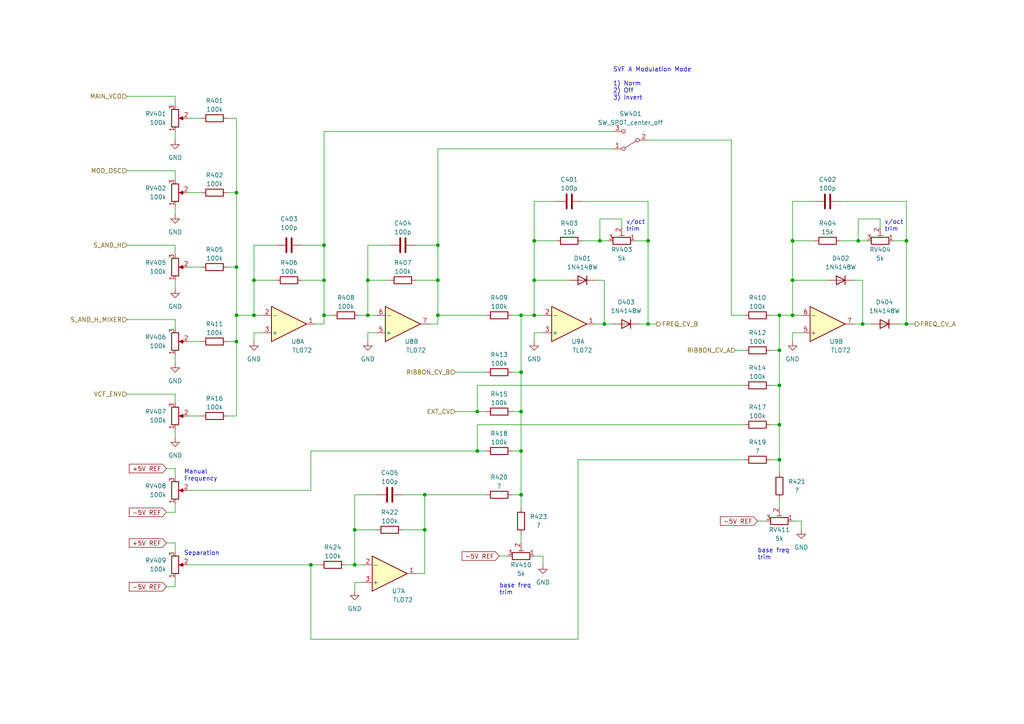
<source format=kicad_sch>
(kicad_sch (version 20211123) (generator eeschema)
  (paper "A4")
  (title_block (title "Josh Ox Ribbon Synth VCF/VCA board") (date "2022-06-15") (rev "0") (comment 1 "creativecommons.org/licenses/by/4.0/") (comment 2 "License: CC by 4.0") (comment 3 "Author: Jordan Aceto"))
  (lib_symbols
    (symbol "Amplifier_Operational:TL072" (pin_names (offset 0.127))
      (property "Reference" "U" (at 0 5.08 0))
      (property "Value" "TL072" (at 0 -5.08 0))
      (symbol "TL072_1_1"
        (polyline (pts (xy -5.08 5.08) (xy 5.08 0) (xy -5.08 -5.08) (xy -5.08 5.08)) (stroke (width 0.254)) (fill (type background)))
        (pin output line (at 7.62 0 180) (length 2.54) (name "~") (number "1"))
        (pin input line (at -7.62 -2.54 0) (length 2.54) (name "-") (number "2"))
        (pin input line (at -7.62 2.54 0) (length 2.54) (name "+") (number "3"))
      )
      (symbol "TL072_2_1"
        (polyline (pts (xy -5.08 5.08) (xy 5.08 0) (xy -5.08 -5.08) (xy -5.08 5.08)) (stroke (width 0.254)) (fill (type background)))
        (pin input line (at -7.62 2.54 0) (length 2.54) (name "+") (number "5"))
        (pin input line (at -7.62 -2.54 0) (length 2.54) (name "-") (number "6"))
        (pin output line (at 7.62 0 180) (length 2.54) (name "~") (number "7"))
      )
      (symbol "TL072_3_1"
        (pin power_in line (at -2.54 -7.62 90) (length 3.81) (name "V-") (number "4"))
        (pin power_in line (at -2.54 7.62 270) (length 3.81) (name "V+") (number "8"))
      )
    )
    (symbol "Device:C" (pin_numbers hide) (pin_names (offset 0.254))
      (property "Reference" "C" (at 0.635 2.54 0))
      (property "Value" "C" (at 0.635 -2.54 0))
      (symbol "C_0_1"
        (polyline (pts (xy -2.032 -0.762) (xy 2.032 -0.762)) (stroke (width 0.508)))
        (polyline (pts (xy -2.032 0.762) (xy 2.032 0.762)) (stroke (width 0.508)))
      )
      (symbol "C_1_1"
        (pin passive line (at 0 3.81 270) (length 2.794) (name "~") (number "1"))
        (pin passive line (at 0 -3.81 90) (length 2.794) (name "~") (number "2"))
      )
    )
    (symbol "Device:R" (pin_numbers hide) (pin_names (offset 0))
      (property "Reference" "R" (at 2.032 0 90))
      (property "Value" "R" (at 0 0 90))
      (symbol "R_0_1"
        (rectangle (start -1.016 -2.54) (end 1.016 2.54) (stroke (width 0.254)))
      )
      (symbol "R_1_1"
        (pin passive line (at 0 3.81 270) (length 1.27) (name "~") (number "1"))
        (pin passive line (at 0 -3.81 90) (length 1.27) (name "~") (number "2"))
      )
    )
    (symbol "Device:R_Potentiometer" (pin_names (offset 1.016) hide)
      (property "Reference" "RV" (at -4.445 0 90))
      (property "Value" "R_Potentiometer" (at -2.54 0 90))
      (symbol "R_Potentiometer_0_1"
        (polyline (pts (xy 2.54 0) (xy 1.524 0)))
        (polyline (pts (xy 1.143 0) (xy 2.286 0.508) (xy 2.286 -0.508) (xy 1.143 0)) (fill (type outline)))
        (rectangle (start 1.016 2.54) (end -1.016 -2.54) (stroke (width 0.254)))
      )
      (symbol "R_Potentiometer_1_1"
        (pin passive line (at 0 3.81 270) (length 1.27) (name "1") (number "1"))
        (pin passive line (at 3.81 0 180) (length 1.27) (name "2") (number "2"))
        (pin passive line (at 0 -3.81 90) (length 1.27) (name "3") (number "3"))
      )
    )
    (symbol "Device:R_Potentiometer_Trim" (pin_names (offset 1.016) hide)
      (property "Reference" "RV" (at -4.445 0 90))
      (property "Value" "R_Potentiometer_Trim" (at -2.54 0 90))
      (symbol "R_Potentiometer_Trim_0_1"
        (polyline (pts (xy 1.524 0.762) (xy 1.524 -0.762)))
        (polyline (pts (xy 2.54 0) (xy 1.524 0)))
        (rectangle (start 1.016 2.54) (end -1.016 -2.54) (stroke (width 0.254)))
      )
      (symbol "R_Potentiometer_Trim_1_1"
        (pin passive line (at 0 3.81 270) (length 1.27) (name "1") (number "1"))
        (pin passive line (at 3.81 0 180) (length 1.27) (name "2") (number "2"))
        (pin passive line (at 0 -3.81 90) (length 1.27) (name "3") (number "3"))
      )
    )
    (symbol "Diode:1N4148W" (pin_numbers hide) (pin_names (offset 1.016) hide)
      (property "Reference" "D" (at 0 2.54 0))
      (property "Value" "1N4148W" (at 0 -2.54 0))
      (symbol "1N4148W_0_1"
        (polyline (pts (xy -1.27 1.27) (xy -1.27 -1.27)) (stroke (width 0.254)))
        (polyline (pts (xy 1.27 0) (xy -1.27 0)))
        (polyline (pts (xy 1.27 1.27) (xy 1.27 -1.27) (xy -1.27 0) (xy 1.27 1.27)) (stroke (width 0.254)))
      )
      (symbol "1N4148W_1_1"
        (pin passive line (at -3.81 0 0) (length 2.54) (name "K") (number "1"))
        (pin passive line (at 3.81 0 180) (length 2.54) (name "A") (number "2"))
      )
    )
    (symbol "Switch:SW_SPDT" (pin_names (offset 0) hide)
      (property "Reference" "SW" (at 0 4.318 0))
      (property "Value" "SW_SPDT" (at 0 -5.08 0))
      (symbol "SW_SPDT_0_0"
        (circle (center -2.032 0) (radius 0.508))
        (circle (center 2.032 -2.54) (radius 0.508))
      )
      (symbol "SW_SPDT_0_1"
        (polyline (pts (xy -1.524 0.254) (xy 1.651 2.286)))
        (circle (center 2.032 2.54) (radius 0.508))
      )
      (symbol "SW_SPDT_1_1"
        (pin passive line (at 5.08 2.54 180) (length 2.54) (name "A") (number "1"))
        (pin passive line (at -5.08 0 0) (length 2.54) (name "B") (number "2"))
        (pin passive line (at 5.08 -2.54 180) (length 2.54) (name "C") (number "3"))
      )
    )
    (symbol "power:GND" (power) (pin_names (offset 0))
      (property "Value" "GND" (at 0 -3.81 0))
      (symbol "GND_0_1"
        (polyline (pts (xy 0 0) (xy 0 -1.27) (xy 1.27 -1.27) (xy 0 -2.54) (xy -1.27 -1.27) (xy 0 -1.27)))
      )
      (symbol "GND_1_1"
        (pin power_in line (at 0 0 270) (length 0) hide (name "GND") (number "1"))
      )
    )
  )
  (junction (at 250.19 93.98))
  (junction (at 68.58 91.44))
  (junction (at 151.13 119.38))
  (junction (at 187.96 69.85))
  (junction (at 93.98 81.28))
  (junction (at 226.06 133.35))
  (junction (at 187.96 93.98))
  (junction (at 226.06 91.44))
  (junction (at 175.26 93.98))
  (junction (at 229.87 81.28))
  (junction (at 102.87 163.83))
  (junction (at 68.58 55.88))
  (junction (at 226.06 101.6))
  (junction (at 123.19 153.67))
  (junction (at 127 71.12))
  (junction (at 262.89 69.85))
  (junction (at 123.19 143.51))
  (junction (at 151.13 91.44))
  (junction (at 73.66 81.28))
  (junction (at 90.17 163.83))
  (junction (at 229.87 91.44))
  (junction (at 127 91.44))
  (junction (at 151.13 143.51))
  (junction (at 68.58 77.47))
  (junction (at 154.94 69.85))
  (junction (at 73.66 91.44))
  (junction (at 102.87 153.67))
  (junction (at 106.68 81.28))
  (junction (at 93.98 71.12))
  (junction (at 138.43 130.81))
  (junction (at 127 81.28))
  (junction (at 226.06 123.19))
  (junction (at 93.98 91.44))
  (junction (at 154.94 91.44))
  (junction (at 154.94 81.28))
  (junction (at 68.58 99.06))
  (junction (at 138.43 119.38))
  (junction (at 248.92 69.85))
  (junction (at 151.13 130.81))
  (junction (at 226.06 111.76))
  (junction (at 106.68 91.44))
  (junction (at 173.99 69.85))
  (junction (at 151.13 107.95))
  (junction (at 229.87 69.85))
  (junction (at 262.89 93.98))
  (wire (pts (xy 148.59 143.51) (xy 151.13 143.51)))
  (wire (pts (xy 138.43 119.38) (xy 138.43 111.76)))
  (wire (pts (xy 229.87 81.28) (xy 240.03 81.28)))
  (wire (pts (xy 175.26 81.28) (xy 172.72 81.28)))
  (wire (pts (xy 109.22 91.44) (xy 106.68 91.44)))
  (wire (pts (xy 109.22 143.51) (xy 102.87 143.51)))
  (wire (pts (xy 50.8 135.89) (xy 50.8 138.43)))
  (wire (pts (xy 151.13 91.44) (xy 151.13 107.95)))
  (wire (pts (xy 50.8 127) (xy 50.8 124.46)))
  (wire (pts (xy 138.43 111.76) (xy 215.9 111.76)))
  (wire (pts (xy 90.17 142.24) (xy 90.17 130.81)))
  (wire (pts (xy 248.92 63.5) (xy 248.92 69.85)))
  (wire (pts (xy 157.48 163.83) (xy 157.48 161.29)))
  (wire (pts (xy 262.89 93.98) (xy 262.89 69.85)))
  (wire (pts (xy 90.17 185.42) (xy 167.64 185.42)))
  (wire (pts (xy 154.94 58.42) (xy 154.94 69.85)))
  (wire (pts (xy 36.83 71.12) (xy 50.8 71.12)))
  (wire (pts (xy 93.98 91.44) (xy 93.98 81.28)))
  (wire (pts (xy 124.46 93.98) (xy 127 93.98)))
  (wire (pts (xy 223.52 111.76) (xy 226.06 111.76)))
  (wire (pts (xy 73.66 71.12) (xy 73.66 81.28)))
  (wire (pts (xy 50.8 105.41) (xy 50.8 102.87)))
  (wire (pts (xy 50.8 49.53) (xy 50.8 52.07)))
  (wire (pts (xy 138.43 123.19) (xy 215.9 123.19)))
  (wire (pts (xy 73.66 96.52) (xy 76.2 96.52)))
  (wire (pts (xy 248.92 69.85) (xy 243.84 69.85)))
  (wire (pts (xy 48.26 157.48) (xy 50.8 157.48)))
  (wire (pts (xy 54.61 120.65) (xy 58.42 120.65)))
  (wire (pts (xy 173.99 63.5) (xy 173.99 69.85)))
  (wire (pts (xy 50.8 62.23) (xy 50.8 59.69)))
  (wire (pts (xy 113.03 71.12) (xy 106.68 71.12)))
  (wire (pts (xy 175.26 93.98) (xy 175.26 81.28)))
  (wire (pts (xy 50.8 157.48) (xy 50.8 160.02)))
  (wire (pts (xy 229.87 96.52) (xy 232.41 96.52)))
  (wire (pts (xy 168.91 58.42) (xy 187.96 58.42)))
  (wire (pts (xy 226.06 101.6) (xy 226.06 111.76)))
  (wire (pts (xy 236.22 58.42) (xy 229.87 58.42)))
  (wire (pts (xy 93.98 81.28) (xy 87.63 81.28)))
  (wire (pts (xy 177.8 43.18) (xy 127 43.18)))
  (wire (pts (xy 104.14 91.44) (xy 106.68 91.44)))
  (wire (pts (xy 54.61 34.29) (xy 58.42 34.29)))
  (wire (pts (xy 226.06 91.44) (xy 229.87 91.44)))
  (wire (pts (xy 177.8 38.1) (xy 93.98 38.1)))
  (wire (pts (xy 255.27 66.04) (xy 255.27 63.5)))
  (wire (pts (xy 50.8 71.12) (xy 50.8 73.66)))
  (wire (pts (xy 262.89 69.85) (xy 259.08 69.85)))
  (wire (pts (xy 232.41 153.67) (xy 232.41 151.13)))
  (wire (pts (xy 76.2 91.44) (xy 73.66 91.44)))
  (wire (pts (xy 127 91.44) (xy 127 81.28)))
  (wire (pts (xy 48.26 170.18) (xy 50.8 170.18)))
  (wire (pts (xy 173.99 69.85) (xy 168.91 69.85)))
  (wire (pts (xy 232.41 91.44) (xy 229.87 91.44)))
  (wire (pts (xy 50.8 170.18) (xy 50.8 167.64)))
  (wire (pts (xy 226.06 91.44) (xy 223.52 91.44)))
  (wire (pts (xy 180.34 66.04) (xy 180.34 63.5)))
  (wire (pts (xy 66.04 120.65) (xy 68.58 120.65)))
  (wire (pts (xy 50.8 83.82) (xy 50.8 81.28)))
  (wire (pts (xy 106.68 71.12) (xy 106.68 81.28)))
  (wire (pts (xy 66.04 99.06) (xy 68.58 99.06)))
  (wire (pts (xy 123.19 153.67) (xy 116.84 153.67)))
  (wire (pts (xy 229.87 81.28) (xy 229.87 91.44)))
  (wire (pts (xy 187.96 93.98) (xy 187.96 69.85)))
  (wire (pts (xy 250.19 81.28) (xy 247.65 81.28)))
  (wire (pts (xy 226.06 123.19) (xy 226.06 133.35)))
  (wire (pts (xy 154.94 69.85) (xy 161.29 69.85)))
  (wire (pts (xy 102.87 168.91) (xy 105.41 168.91)))
  (wire (pts (xy 229.87 69.85) (xy 229.87 81.28)))
  (wire (pts (xy 73.66 99.06) (xy 73.66 96.52)))
  (wire (pts (xy 54.61 142.24) (xy 90.17 142.24)))
  (wire (pts (xy 175.26 93.98) (xy 177.8 93.98)))
  (wire (pts (xy 226.06 133.35) (xy 226.06 137.16)))
  (wire (pts (xy 243.84 58.42) (xy 262.89 58.42)))
  (wire (pts (xy 127 93.98) (xy 127 91.44)))
  (wire (pts (xy 102.87 171.45) (xy 102.87 168.91)))
  (wire (pts (xy 120.65 166.37) (xy 123.19 166.37)))
  (wire (pts (xy 90.17 163.83) (xy 92.71 163.83)))
  (wire (pts (xy 229.87 99.06) (xy 229.87 96.52)))
  (wire (pts (xy 172.72 93.98) (xy 175.26 93.98)))
  (wire (pts (xy 102.87 163.83) (xy 102.87 153.67)))
  (wire (pts (xy 48.26 148.59) (xy 50.8 148.59)))
  (wire (pts (xy 87.63 71.12) (xy 93.98 71.12)))
  (wire (pts (xy 132.08 119.38) (xy 138.43 119.38)))
  (wire (pts (xy 154.94 69.85) (xy 154.94 81.28)))
  (wire (pts (xy 91.44 93.98) (xy 93.98 93.98)))
  (wire (pts (xy 185.42 93.98) (xy 187.96 93.98)))
  (wire (pts (xy 262.89 58.42) (xy 262.89 69.85)))
  (wire (pts (xy 93.98 91.44) (xy 96.52 91.44)))
  (wire (pts (xy 90.17 163.83) (xy 90.17 185.42)))
  (wire (pts (xy 151.13 91.44) (xy 148.59 91.44)))
  (wire (pts (xy 215.9 91.44) (xy 212.09 91.44)))
  (wire (pts (xy 106.68 91.44) (xy 106.68 81.28)))
  (wire (pts (xy 106.68 96.52) (xy 109.22 96.52)))
  (wire (pts (xy 148.59 119.38) (xy 151.13 119.38)))
  (wire (pts (xy 127 43.18) (xy 127 71.12)))
  (wire (pts (xy 167.64 185.42) (xy 167.64 133.35)))
  (wire (pts (xy 223.52 133.35) (xy 226.06 133.35)))
  (wire (pts (xy 212.09 91.44) (xy 212.09 40.64)))
  (wire (pts (xy 106.68 99.06) (xy 106.68 96.52)))
  (wire (pts (xy 66.04 55.88) (xy 68.58 55.88)))
  (wire (pts (xy 255.27 63.5) (xy 248.92 63.5)))
  (wire (pts (xy 127 71.12) (xy 127 81.28)))
  (wire (pts (xy 151.13 119.38) (xy 151.13 130.81)))
  (wire (pts (xy 127 91.44) (xy 140.97 91.44)))
  (wire (pts (xy 68.58 34.29) (xy 66.04 34.29)))
  (wire (pts (xy 105.41 163.83) (xy 102.87 163.83)))
  (wire (pts (xy 187.96 69.85) (xy 184.15 69.85)))
  (wire (pts (xy 93.98 38.1) (xy 93.98 71.12)))
  (wire (pts (xy 232.41 151.13) (xy 229.87 151.13)))
  (wire (pts (xy 180.34 63.5) (xy 173.99 63.5)))
  (wire (pts (xy 151.13 91.44) (xy 154.94 91.44)))
  (wire (pts (xy 54.61 99.06) (xy 58.42 99.06)))
  (wire (pts (xy 93.98 71.12) (xy 93.98 81.28)))
  (wire (pts (xy 50.8 40.64) (xy 50.8 38.1)))
  (wire (pts (xy 148.59 107.95) (xy 151.13 107.95)))
  (wire (pts (xy 132.08 107.95) (xy 140.97 107.95)))
  (wire (pts (xy 151.13 154.94) (xy 151.13 157.48)))
  (wire (pts (xy 48.26 135.89) (xy 50.8 135.89)))
  (wire (pts (xy 154.94 81.28) (xy 165.1 81.28)))
  (wire (pts (xy 148.59 130.81) (xy 151.13 130.81)))
  (wire (pts (xy 223.52 101.6) (xy 226.06 101.6)))
  (wire (pts (xy 226.06 144.78) (xy 226.06 147.32)))
  (wire (pts (xy 151.13 130.81) (xy 151.13 143.51)))
  (wire (pts (xy 229.87 58.42) (xy 229.87 69.85)))
  (wire (pts (xy 68.58 120.65) (xy 68.58 99.06)))
  (wire (pts (xy 226.06 91.44) (xy 226.06 101.6)))
  (wire (pts (xy 36.83 49.53) (xy 50.8 49.53)))
  (wire (pts (xy 54.61 77.47) (xy 58.42 77.47)))
  (wire (pts (xy 102.87 153.67) (xy 109.22 153.67)))
  (wire (pts (xy 36.83 114.3) (xy 50.8 114.3)))
  (wire (pts (xy 73.66 91.44) (xy 73.66 81.28)))
  (wire (pts (xy 138.43 130.81) (xy 138.43 123.19)))
  (wire (pts (xy 223.52 123.19) (xy 226.06 123.19)))
  (wire (pts (xy 116.84 143.51) (xy 123.19 143.51)))
  (wire (pts (xy 68.58 91.44) (xy 73.66 91.44)))
  (wire (pts (xy 226.06 111.76) (xy 226.06 123.19)))
  (wire (pts (xy 50.8 92.71) (xy 50.8 95.25)))
  (wire (pts (xy 161.29 58.42) (xy 154.94 58.42)))
  (wire (pts (xy 138.43 119.38) (xy 140.97 119.38)))
  (wire (pts (xy 247.65 93.98) (xy 250.19 93.98)))
  (wire (pts (xy 50.8 114.3) (xy 50.8 116.84)))
  (wire (pts (xy 120.65 71.12) (xy 127 71.12)))
  (wire (pts (xy 123.19 143.51) (xy 140.97 143.51)))
  (wire (pts (xy 157.48 91.44) (xy 154.94 91.44)))
  (wire (pts (xy 90.17 130.81) (xy 138.43 130.81)))
  (wire (pts (xy 154.94 96.52) (xy 157.48 96.52)))
  (wire (pts (xy 127 81.28) (xy 120.65 81.28)))
  (wire (pts (xy 100.33 163.83) (xy 102.87 163.83)))
  (wire (pts (xy 213.36 101.6) (xy 215.9 101.6)))
  (wire (pts (xy 73.66 81.28) (xy 80.01 81.28)))
  (wire (pts (xy 68.58 55.88) (xy 68.58 34.29)))
  (wire (pts (xy 54.61 55.88) (xy 58.42 55.88)))
  (wire (pts (xy 212.09 40.64) (xy 187.96 40.64)))
  (wire (pts (xy 36.83 92.71) (xy 50.8 92.71)))
  (wire (pts (xy 262.89 93.98) (xy 265.43 93.98)))
  (wire (pts (xy 219.71 151.13) (xy 222.25 151.13)))
  (wire (pts (xy 154.94 81.28) (xy 154.94 91.44)))
  (wire (pts (xy 80.01 71.12) (xy 73.66 71.12)))
  (wire (pts (xy 250.19 93.98) (xy 252.73 93.98)))
  (wire (pts (xy 123.19 143.51) (xy 123.19 153.67)))
  (wire (pts (xy 176.53 69.85) (xy 173.99 69.85)))
  (wire (pts (xy 151.13 143.51) (xy 151.13 147.32)))
  (wire (pts (xy 187.96 93.98) (xy 190.5 93.98)))
  (wire (pts (xy 66.04 77.47) (xy 68.58 77.47)))
  (wire (pts (xy 154.94 99.06) (xy 154.94 96.52)))
  (wire (pts (xy 106.68 81.28) (xy 113.03 81.28)))
  (wire (pts (xy 68.58 77.47) (xy 68.58 91.44)))
  (wire (pts (xy 144.78 161.29) (xy 147.32 161.29)))
  (wire (pts (xy 187.96 58.42) (xy 187.96 69.85)))
  (wire (pts (xy 157.48 161.29) (xy 154.94 161.29)))
  (wire (pts (xy 50.8 148.59) (xy 50.8 146.05)))
  (wire (pts (xy 54.61 163.83) (xy 90.17 163.83)))
  (wire (pts (xy 260.35 93.98) (xy 262.89 93.98)))
  (wire (pts (xy 123.19 153.67) (xy 123.19 166.37)))
  (wire (pts (xy 138.43 130.81) (xy 140.97 130.81)))
  (wire (pts (xy 50.8 27.94) (xy 50.8 30.48)))
  (wire (pts (xy 102.87 143.51) (xy 102.87 153.67)))
  (wire (pts (xy 36.83 27.94) (xy 50.8 27.94)))
  (wire (pts (xy 151.13 107.95) (xy 151.13 119.38)))
  (wire (pts (xy 251.46 69.85) (xy 248.92 69.85)))
  (wire (pts (xy 167.64 133.35) (xy 215.9 133.35)))
  (wire (pts (xy 68.58 91.44) (xy 68.58 99.06)))
  (wire (pts (xy 93.98 93.98) (xy 93.98 91.44)))
  (wire (pts (xy 250.19 93.98) (xy 250.19 81.28)))
  (wire (pts (xy 68.58 77.47) (xy 68.58 55.88)))
  (wire (pts (xy 229.87 69.85) (xy 236.22 69.85)))
  (text "Manual \nFrequency" (at 53.34 139.7 0) (effects (font (size 1.27 1.27)) (justify left bottom)))
  (text "SVF A Modulation Mode\n\n1) Norm\n2) Off\n3) Invert" (at 177.8 29.21 0) (effects (font (size 1.27 1.27)) (justify left bottom)))
  (text "Separation" (at 53.34 161.29 0) (effects (font (size 1.27 1.27)) (justify left bottom)))
  (text "base freq\ntrim" (at 144.78 172.72 0) (effects (font (size 1.27 1.27)) (justify left bottom)))
  (text "base freq\ntrim" (at 219.71 162.56 0) (effects (font (size 1.27 1.27)) (justify left bottom)))
  (text "v/oct \ntrim" (at 256.54 67.31 0) (effects (font (size 1.27 1.27)) (justify left bottom)))
  (text "v/oct \ntrim" (at 181.61 67.31 0) (effects (font (size 1.27 1.27)) (justify left bottom)))
  (global_label "-5V REF" (shape input) (at 48.26 148.59 180) (property "Intersheet References" "${INTERSHEET_REFS}" (effects hide)))
  (global_label "-5V REF" (shape input) (at 48.26 170.18 180) (property "Intersheet References" "${INTERSHEET_REFS}" (effects hide)))
  (global_label "-5V REF" (shape input) (at 144.78 161.29 180) (property "Intersheet References" "${INTERSHEET_REFS}" (effects hide)))
  (global_label "+5V REF" (shape input) (at 48.26 157.48 180) (property "Intersheet References" "${INTERSHEET_REFS}" (effects hide)))
  (global_label "-5V REF" (shape input) (at 219.71 151.13 180) (property "Intersheet References" "${INTERSHEET_REFS}" (effects hide)))
  (global_label "+5V REF" (shape input) (at 48.26 135.89 180) (property "Intersheet References" "${INTERSHEET_REFS}" (effects hide)))
  (hierarchical_label "RIBBON_CV_A" (shape input) (at 213.36 101.6 180))
  (hierarchical_label "EXT_CV" (shape input) (at 132.08 119.38 180))
  (hierarchical_label "VCF_ENV" (shape input) (at 36.83 114.3 180))
  (hierarchical_label "MAIN_VCO" (shape input) (at 36.83 27.94 180))
  (hierarchical_label "FREQ_CV_A" (shape output) (at 265.43 93.98 0))
  (hierarchical_label "S_AND_H_MIXER" (shape input) (at 36.83 92.71 180))
  (hierarchical_label "MOD_OSC" (shape input) (at 36.83 49.53 180))
  (hierarchical_label "S_AND_H" (shape input) (at 36.83 71.12 180))
  (hierarchical_label "RIBBON_CV_B" (shape input) (at 132.08 107.95 180))
  (hierarchical_label "FREQ_CV_B" (shape output) (at 190.5 93.98 0))
  (symbol (lib_id "power:GND") (at 229.87 99.06 0) (unit 1)
    (property "Reference" "#PWR0407" (effects hide))
    (property "Value" "GND" (at 229.87 104.14 0))
  )
  (symbol (lib_id "Device:C") (at 116.84 71.12 90) (unit 1)
    (property "Reference" "C404" (at 116.84 64.77 90))
    (property "Value" "100p" (at 116.84 67.31 90))
    (property "Footprint" "Capacitor_SMD:C_0805_2012Metric" (effects hide))
  )
  (symbol (lib_id "Device:C") (at 83.82 71.12 90) (unit 1)
    (property "Reference" "C403" (at 83.82 63.5 90))
    (property "Value" "100p" (at 83.82 66.04 90))
    (property "Footprint" "Capacitor_SMD:C_0805_2012Metric" (effects hide))
  )
  (symbol (lib_id "power:GND") (at 50.8 105.41 0) (unit 1)
    (property "Reference" "#PWR0408" (effects hide))
    (property "Value" "GND" (at 50.8 110.49 0))
  )
  (symbol (lib_id "power:GND") (at 50.8 127 0) (unit 1)
    (property "Reference" "#PWR0409" (effects hide))
    (property "Value" "GND" (at 50.8 132.08 0))
  )
  (symbol (lib_id "Device:C") (at 240.03 58.42 90) (unit 1)
    (property "Reference" "C402" (at 240.03 52.07 90))
    (property "Value" "100p" (at 240.03 54.61 90))
    (property "Footprint" "Capacitor_SMD:C_0805_2012Metric" (effects hide))
  )
  (symbol (lib_id "Device:R") (at 165.1 69.85 90) (unit 1)
    (property "Reference" "R403" (at 165.1 64.77 90))
    (property "Value" "15k" (at 165.1 67.31 90))
    (property "Footprint" "Resistor_SMD:R_0805_2012Metric" (effects hide))
  )
  (symbol (lib_id "Device:R") (at 62.23 34.29 90) (unit 1)
    (property "Reference" "R401" (at 62.23 29.21 90))
    (property "Value" "100k" (at 62.23 31.75 90))
    (property "Footprint" "Resistor_SMD:R_0805_2012Metric" (effects hide))
  )
  (symbol (lib_id "Device:R") (at 219.71 133.35 90) (unit 1)
    (property "Reference" "R419" (at 219.71 128.27 90))
    (property "Value" "?" (at 219.71 130.81 90))
    (property "Footprint" "Resistor_SMD:R_0805_2012Metric" (effects hide))
  )
  (symbol (lib_id "Device:R_Potentiometer") (at 50.8 163.83 0) (mirror x) (unit 1)
    (property "Reference" "RV409" (at 48.26 162.5599 0) (effects (justify right)))
    (property "Value" "100k" (at 48.26 165.0999 0) (effects (justify right)))
    (property "Footprint" "Potentiometer_THT:Potentiometer_Alpha_RD901F-40-00D_Single_Vertical" (effects hide))
  )
  (symbol (lib_id "Device:R_Potentiometer") (at 50.8 99.06 0) (mirror x) (unit 1)
    (property "Reference" "RV406" (at 48.26 97.7899 0) (effects (justify right)))
    (property "Value" "100k" (at 48.26 100.3299 0) (effects (justify right)))
    (property "Footprint" "Potentiometer_THT:Potentiometer_Alpha_RD901F-40-00D_Single_Vertical" (effects hide))
  )
  (symbol (lib_id "Device:R") (at 62.23 99.06 90) (unit 1)
    (property "Reference" "R411" (at 62.23 93.98 90))
    (property "Value" "100k" (at 62.23 96.52 90))
    (property "Footprint" "Resistor_SMD:R_0805_2012Metric" (effects hide))
  )
  (symbol (lib_id "power:GND") (at 50.8 62.23 0) (unit 1)
    (property "Reference" "#PWR0402" (effects hide))
    (property "Value" "GND" (at 50.8 67.31 0))
  )
  (symbol (lib_id "Amplifier_Operational:TL072") (at 165.1 93.98 0) (mirror x) (unit 1)
    (property "Reference" "U9" (at 167.64 99.06 0))
    (property "Value" "TL072" (at 168.91 101.6 0))
    (property "Footprint" "Package_SO:SO-8_5.3x6.2mm_P1.27mm" (effects hide))
    (property "Datasheet" "http://www.ti.com/lit/ds/symlink/tl071.pdf" (effects hide))
  )
  (symbol (lib_id "Amplifier_Operational:TL072") (at 83.82 93.98 0) (mirror x) (unit 1)
    (property "Reference" "U8" (at 86.36 99.06 0))
    (property "Value" "TL072" (at 87.63 101.6 0))
    (property "Footprint" "Package_SO:SO-8_5.3x6.2mm_P1.27mm" (effects hide))
    (property "Datasheet" "http://www.ti.com/lit/ds/symlink/tl071.pdf" (effects hide))
  )
  (symbol (lib_id "Device:R_Potentiometer") (at 50.8 34.29 0) (mirror x) (unit 1)
    (property "Reference" "RV401" (at 48.26 33.0199 0) (effects (justify right)))
    (property "Value" "100k" (at 48.26 35.5599 0) (effects (justify right)))
    (property "Footprint" "Potentiometer_THT:Potentiometer_Alpha_RD901F-40-00D_Single_Vertical" (effects hide))
  )
  (symbol (lib_id "Device:R") (at 113.03 153.67 90) (unit 1)
    (property "Reference" "R422" (at 113.03 148.59 90))
    (property "Value" "100k" (at 113.03 151.13 90))
    (property "Footprint" "Resistor_SMD:R_0805_2012Metric" (effects hide))
  )
  (symbol (lib_id "Device:R") (at 62.23 77.47 90) (unit 1)
    (property "Reference" "R405" (at 62.23 72.39 90))
    (property "Value" "100k" (at 62.23 74.93 90))
    (property "Footprint" "Resistor_SMD:R_0805_2012Metric" (effects hide))
  )
  (symbol (lib_id "Device:R") (at 219.71 123.19 90) (unit 1)
    (property "Reference" "R417" (at 219.71 118.11 90))
    (property "Value" "100k" (at 219.71 120.65 90))
    (property "Footprint" "Resistor_SMD:R_0805_2012Metric" (effects hide))
  )
  (symbol (lib_id "Diode:1N4148W") (at 168.91 81.28 180) (unit 1)
    (property "Reference" "D401" (at 168.91 74.93 0))
    (property "Value" "1N4148W" (at 168.91 77.47 0))
    (property "Footprint" "Diode_SMD:D_SOD-123" (effects hide))
    (property "Datasheet" "https://www.vishay.com/docs/85748/1n4148w.pdf" (effects hide))
  )
  (symbol (lib_id "power:GND") (at 50.8 40.64 0) (unit 1)
    (property "Reference" "#PWR0401" (effects hide))
    (property "Value" "GND" (at 50.8 45.72 0))
  )
  (symbol (lib_id "Device:R_Potentiometer_Trim") (at 151.13 161.29 270) (mirror x) (unit 1)
    (property "Reference" "RV410" (at 151.13 163.83 90))
    (property "Value" "5k" (at 151.13 166.37 90))
    (property "Footprint" "Potentiometer_THT:Potentiometer_Bourns_3296W_Vertical" (effects hide))
  )
  (symbol (lib_id "Device:C") (at 113.03 143.51 90) (unit 1)
    (property "Reference" "C405" (at 113.03 137.16 90))
    (property "Value" "100p" (at 113.03 139.7 90))
    (property "Footprint" "Capacitor_SMD:C_0805_2012Metric" (effects hide))
  )
  (symbol (lib_id "Device:R") (at 151.13 151.13 180) (unit 1)
    (property "Reference" "R423" (at 156.21 149.86 0))
    (property "Value" "?" (at 156.21 152.4 0))
    (property "Footprint" "Resistor_SMD:R_0805_2012Metric" (effects hide))
  )
  (symbol (lib_id "Device:R") (at 144.78 130.81 90) (unit 1)
    (property "Reference" "R418" (at 144.78 125.73 90))
    (property "Value" "100k" (at 144.78 128.27 90))
    (property "Footprint" "Resistor_SMD:R_0805_2012Metric" (effects hide))
  )
  (symbol (lib_id "Device:R") (at 219.71 111.76 90) (unit 1)
    (property "Reference" "R414" (at 219.71 106.68 90))
    (property "Value" "100k" (at 219.71 109.22 90))
    (property "Footprint" "Resistor_SMD:R_0805_2012Metric" (effects hide))
  )
  (symbol (lib_id "Device:R") (at 116.84 81.28 90) (unit 1)
    (property "Reference" "R407" (at 116.84 76.2 90))
    (property "Value" "100k" (at 116.84 78.74 90))
    (property "Footprint" "Resistor_SMD:R_0805_2012Metric" (effects hide))
  )
  (symbol (lib_id "power:GND") (at 106.68 99.06 0) (unit 1)
    (property "Reference" "#PWR0405" (effects hide))
    (property "Value" "GND" (at 106.68 104.14 0))
  )
  (symbol (lib_id "Switch:SW_SPDT") (at 182.88 40.64 180) (unit 1)
    (property "Reference" "SW401" (at 182.88 33.02 0))
    (property "Value" "SW_SPDT_center_off" (at 182.88 35.56 0))
    (property "Footprint" "custom_footprints:SPDT_mini_toggle" (effects hide))
  )
  (symbol (lib_id "Diode:1N4148W") (at 256.54 93.98 180) (unit 1)
    (property "Reference" "D404" (at 256.54 87.63 0))
    (property "Value" "1N4148W" (at 256.54 90.17 0))
    (property "Footprint" "Diode_SMD:D_SOD-123" (effects hide))
    (property "Datasheet" "https://www.vishay.com/docs/85748/1n4148w.pdf" (effects hide))
  )
  (symbol (lib_id "Device:R") (at 226.06 140.97 180) (unit 1)
    (property "Reference" "R421" (at 231.14 139.7 0))
    (property "Value" "?" (at 231.14 142.24 0))
    (property "Footprint" "Resistor_SMD:R_0805_2012Metric" (effects hide))
  )
  (symbol (lib_id "Device:R_Potentiometer") (at 50.8 120.65 0) (mirror x) (unit 1)
    (property "Reference" "RV407" (at 48.26 119.3799 0) (effects (justify right)))
    (property "Value" "100k" (at 48.26 121.9199 0) (effects (justify right)))
    (property "Footprint" "Potentiometer_THT:Potentiometer_Alpha_RD901F-40-00D_Single_Vertical" (effects hide))
  )
  (symbol (lib_id "Device:R") (at 144.78 107.95 90) (unit 1)
    (property "Reference" "R413" (at 144.78 102.87 90))
    (property "Value" "100k" (at 144.78 105.41 90))
    (property "Footprint" "Resistor_SMD:R_0805_2012Metric" (effects hide))
  )
  (symbol (lib_id "Device:R") (at 83.82 81.28 90) (unit 1)
    (property "Reference" "R406" (at 83.82 76.2 90))
    (property "Value" "100k" (at 83.82 78.74 90))
    (property "Footprint" "Resistor_SMD:R_0805_2012Metric" (effects hide))
  )
  (symbol (lib_id "Amplifier_Operational:TL072") (at 116.84 93.98 0) (mirror x) (unit 2)
    (property "Reference" "U8" (at 119.38 99.06 0))
    (property "Value" "TL072" (at 120.65 101.6 0))
    (property "Footprint" "Package_SO:SO-8_5.3x6.2mm_P1.27mm" (effects hide))
    (property "Datasheet" "http://www.ti.com/lit/ds/symlink/tl071.pdf" (effects hide))
  )
  (symbol (lib_id "Device:R") (at 144.78 119.38 90) (unit 1)
    (property "Reference" "R415" (at 144.78 114.3 90))
    (property "Value" "100k" (at 144.78 116.84 90))
    (property "Footprint" "Resistor_SMD:R_0805_2012Metric" (effects hide))
  )
  (symbol (lib_id "power:GND") (at 102.87 171.45 0) (unit 1)
    (property "Reference" "#PWR0410" (effects hide))
    (property "Value" "GND" (at 102.87 176.53 0))
  )
  (symbol (lib_id "Device:R_Potentiometer") (at 50.8 55.88 0) (mirror x) (unit 1)
    (property "Reference" "RV402" (at 48.26 54.6099 0) (effects (justify right)))
    (property "Value" "100k" (at 48.26 57.1499 0) (effects (justify right)))
    (property "Footprint" "Potentiometer_THT:Potentiometer_Alpha_RD901F-40-00D_Single_Vertical" (effects hide))
  )
  (symbol (lib_id "Device:R") (at 100.33 91.44 90) (unit 1)
    (property "Reference" "R408" (at 100.33 86.36 90))
    (property "Value" "100k" (at 100.33 88.9 90))
    (property "Footprint" "Resistor_SMD:R_0805_2012Metric" (effects hide))
  )
  (symbol (lib_id "Device:R") (at 144.78 143.51 90) (unit 1)
    (property "Reference" "R420" (at 144.78 138.43 90))
    (property "Value" "?" (at 144.78 140.97 90))
    (property "Footprint" "Resistor_SMD:R_0805_2012Metric" (effects hide))
  )
  (symbol (lib_id "Device:R_Potentiometer_Trim") (at 226.06 151.13 270) (mirror x) (unit 1)
    (property "Reference" "RV411" (at 226.06 153.67 90))
    (property "Value" "5k" (at 226.06 156.21 90))
    (property "Footprint" "Potentiometer_THT:Potentiometer_Bourns_3296W_Vertical" (effects hide))
  )
  (symbol (lib_id "Device:R") (at 144.78 91.44 90) (unit 1)
    (property "Reference" "R409" (at 144.78 86.36 90))
    (property "Value" "100k" (at 144.78 88.9 90))
    (property "Footprint" "Resistor_SMD:R_0805_2012Metric" (effects hide))
  )
  (symbol (lib_id "power:GND") (at 157.48 163.83 0) (mirror y) (unit 1)
    (property "Reference" "#PWR0411" (effects hide))
    (property "Value" "GND" (at 157.48 168.91 0))
  )
  (symbol (lib_id "Device:R") (at 219.71 101.6 90) (unit 1)
    (property "Reference" "R412" (at 219.71 96.52 90))
    (property "Value" "100k" (at 219.71 99.06 90))
    (property "Footprint" "Resistor_SMD:R_0805_2012Metric" (effects hide))
  )
  (symbol (lib_id "Device:R") (at 62.23 120.65 90) (unit 1)
    (property "Reference" "R416" (at 62.23 115.57 90))
    (property "Value" "100k" (at 62.23 118.11 90))
    (property "Footprint" "Resistor_SMD:R_0805_2012Metric" (effects hide))
  )
  (symbol (lib_id "Diode:1N4148W") (at 243.84 81.28 180) (unit 1)
    (property "Reference" "D402" (at 243.84 74.93 0))
    (property "Value" "1N4148W" (at 243.84 77.47 0))
    (property "Footprint" "Diode_SMD:D_SOD-123" (effects hide))
    (property "Datasheet" "https://www.vishay.com/docs/85748/1n4148w.pdf" (effects hide))
  )
  (symbol (lib_id "Device:R") (at 96.52 163.83 90) (unit 1)
    (property "Reference" "R424" (at 96.52 158.75 90))
    (property "Value" "100k" (at 96.52 161.29 90))
    (property "Footprint" "Resistor_SMD:R_0805_2012Metric" (effects hide))
  )
  (symbol (lib_id "power:GND") (at 154.94 99.06 0) (unit 1)
    (property "Reference" "#PWR0406" (effects hide))
    (property "Value" "GND" (at 154.94 104.14 0))
  )
  (symbol (lib_id "Diode:1N4148W") (at 181.61 93.98 180) (unit 1)
    (property "Reference" "D403" (at 181.61 87.63 0))
    (property "Value" "1N4148W" (at 181.61 90.17 0))
    (property "Footprint" "Diode_SMD:D_SOD-123" (effects hide))
    (property "Datasheet" "https://www.vishay.com/docs/85748/1n4148w.pdf" (effects hide))
  )
  (symbol (lib_id "Device:R_Potentiometer_Trim") (at 180.34 69.85 270) (mirror x) (unit 1)
    (property "Reference" "RV403" (at 180.34 72.39 90))
    (property "Value" "5k" (at 180.34 74.93 90))
    (property "Footprint" "Potentiometer_THT:Potentiometer_Bourns_3296W_Vertical" (effects hide))
  )
  (symbol (lib_id "power:GND") (at 73.66 99.06 0) (unit 1)
    (property "Reference" "#PWR0404" (effects hide))
    (property "Value" "GND" (at 73.66 104.14 0))
  )
  (symbol (lib_id "Device:R_Potentiometer") (at 50.8 142.24 0) (mirror x) (unit 1)
    (property "Reference" "RV408" (at 48.26 140.9699 0) (effects (justify right)))
    (property "Value" "100k" (at 48.26 143.5099 0) (effects (justify right)))
    (property "Footprint" "Potentiometer_THT:Potentiometer_Alpha_RD901F-40-00D_Single_Vertical" (effects hide))
  )
  (symbol (lib_id "Device:R") (at 219.71 91.44 90) (unit 1)
    (property "Reference" "R410" (at 219.71 86.36 90))
    (property "Value" "100k" (at 219.71 88.9 90))
    (property "Footprint" "Resistor_SMD:R_0805_2012Metric" (effects hide))
  )
  (symbol (lib_id "Device:R") (at 240.03 69.85 90) (unit 1)
    (property "Reference" "R404" (at 240.03 64.77 90))
    (property "Value" "15k" (at 240.03 67.31 90))
    (property "Footprint" "Resistor_SMD:R_0805_2012Metric" (effects hide))
  )
  (symbol (lib_id "Device:R_Potentiometer_Trim") (at 255.27 69.85 270) (mirror x) (unit 1)
    (property "Reference" "RV404" (at 255.27 72.39 90))
    (property "Value" "5k" (at 255.27 74.93 90))
    (property "Footprint" "Potentiometer_THT:Potentiometer_Bourns_3296W_Vertical" (effects hide))
  )
  (symbol (lib_id "Amplifier_Operational:TL072") (at 113.03 166.37 0) (mirror x) (unit 1)
    (property "Reference" "U7" (at 115.57 171.45 0))
    (property "Value" "TL072" (at 116.84 173.99 0))
    (property "Footprint" "Package_SO:SO-8_5.3x6.2mm_P1.27mm" (effects hide))
    (property "Datasheet" "http://www.ti.com/lit/ds/symlink/tl071.pdf" (effects hide))
  )
  (symbol (lib_id "Device:R") (at 62.23 55.88 90) (unit 1)
    (property "Reference" "R402" (at 62.23 50.8 90))
    (property "Value" "100k" (at 62.23 53.34 90))
    (property "Footprint" "Resistor_SMD:R_0805_2012Metric" (effects hide))
  )
  (symbol (lib_id "power:GND") (at 232.41 153.67 0) (mirror y) (unit 1)
    (property "Reference" "#PWR0412" (effects hide))
    (property "Value" "GND" (at 232.41 158.75 0))
  )
  (symbol (lib_id "power:GND") (at 50.8 83.82 0) (unit 1)
    (property "Reference" "#PWR0403" (effects hide))
    (property "Value" "GND" (at 50.8 88.9 0))
  )
  (symbol (lib_id "Amplifier_Operational:TL072") (at 240.03 93.98 0) (mirror x) (unit 2)
    (property "Reference" "U9" (at 242.57 99.06 0))
    (property "Value" "TL072" (at 243.84 101.6 0))
    (property "Footprint" "Package_SO:SO-8_5.3x6.2mm_P1.27mm" (effects hide))
    (property "Datasheet" "http://www.ti.com/lit/ds/symlink/tl071.pdf" (effects hide))
  )
  (symbol (lib_id "Device:R_Potentiometer") (at 50.8 77.47 0) (mirror x) (unit 1)
    (property "Reference" "RV405" (at 48.26 76.1999 0) (effects (justify right)))
    (property "Value" "100k" (at 48.26 78.7399 0) (effects (justify right)))
    (property "Footprint" "Potentiometer_THT:Potentiometer_Alpha_RD901F-40-00D_Single_Vertical" (effects hide))
  )
  (symbol (lib_id "Device:C") (at 165.1 58.42 90) (unit 1)
    (property "Reference" "C401" (at 165.1 52.07 90))
    (property "Value" "100p" (at 165.1 54.61 90))
    (property "Footprint" "Capacitor_SMD:C_0805_2012Metric" (effects hide))
  )
)
</source>
